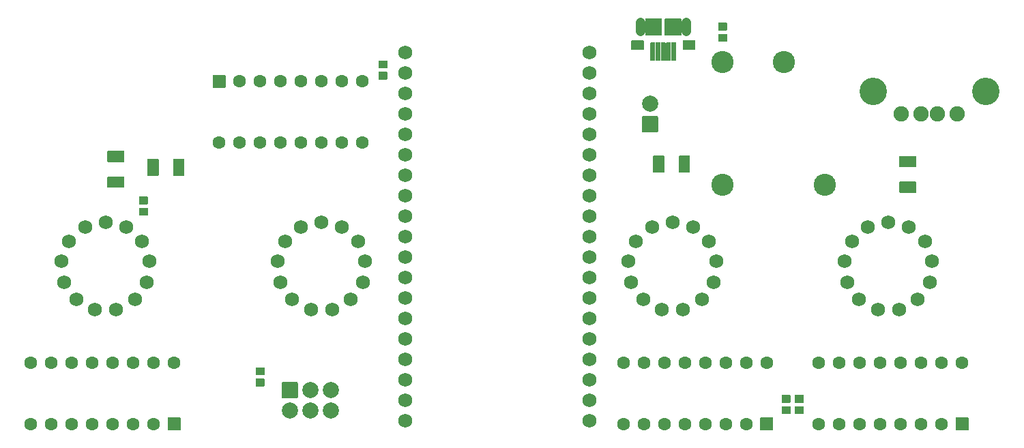
<source format=gbs>
G04 Layer: BottomSolderMaskLayer*
G04 EasyEDA v6.5.9, 2022-07-24 14:24:57*
G04 f987cc21297445cdbeb1743f52e6d1e3,55142d4dae0f4ab4aabfa0547b1eedf3,10*
G04 Gerber Generator version 0.2*
G04 Scale: 100 percent, Rotated: No, Reflected: No *
G04 Dimensions in millimeters *
G04 leading zeros omitted , absolute positions ,4 integer and 5 decimal *
%FSLAX45Y45*%
%MOMM*%

%ADD10C,1.1532*%
%ADD11C,2.0032*%
%ADD12C,1.9032*%
%ADD13C,3.4032*%
%ADD14C,1.7272*%
%ADD15C,1.6002*%
%ADD16C,2.7432*%
%ADD17C,0.0104*%

%LPD*%
D10*
X8505901Y-435899D02*
G01*
X8505901Y-325899D01*
X9070898Y-435899D02*
G01*
X9070898Y-325899D01*
G36*
X2291841Y-2583687D02*
G01*
X2291798Y-2583660D01*
X2288750Y-2583152D01*
X2285702Y-2581628D01*
X2283670Y-2579596D01*
X2282146Y-2576548D01*
X2281638Y-2573500D01*
X2281681Y-2573528D01*
X2281681Y-2493518D01*
X2281638Y-2493500D01*
X2282146Y-2490452D01*
X2283670Y-2487404D01*
X2285702Y-2485372D01*
X2288750Y-2483848D01*
X2291798Y-2483340D01*
X2291841Y-2483357D01*
X2381758Y-2483357D01*
X2381801Y-2483340D01*
X2384849Y-2483848D01*
X2387897Y-2485372D01*
X2389929Y-2487404D01*
X2391453Y-2490452D01*
X2391961Y-2493500D01*
X2391918Y-2493518D01*
X2391918Y-2573528D01*
X2391961Y-2573500D01*
X2391453Y-2576548D01*
X2389929Y-2579596D01*
X2387897Y-2581628D01*
X2384849Y-2583152D01*
X2381801Y-2583660D01*
X2381758Y-2583687D01*
G37*
G36*
X2291798Y-2723659D02*
G01*
X2288750Y-2723151D01*
X2285702Y-2721627D01*
X2283670Y-2719595D01*
X2282146Y-2716547D01*
X2281638Y-2713499D01*
X2281681Y-2713481D01*
X2281681Y-2633471D01*
X2281638Y-2633499D01*
X2282146Y-2630451D01*
X2283670Y-2627403D01*
X2285702Y-2625371D01*
X2288750Y-2623847D01*
X2291798Y-2623339D01*
X2291841Y-2623312D01*
X2381758Y-2623312D01*
X2381801Y-2623339D01*
X2384849Y-2623847D01*
X2387897Y-2625371D01*
X2389929Y-2627403D01*
X2391453Y-2630451D01*
X2391961Y-2633499D01*
X2391918Y-2633471D01*
X2391918Y-2713481D01*
X2391961Y-2713499D01*
X2391453Y-2716547D01*
X2389929Y-2719595D01*
X2387897Y-2721627D01*
X2384849Y-2723151D01*
X2381801Y-2723659D01*
X2381758Y-2723642D01*
X2291841Y-2723642D01*
G37*
G36*
X9479998Y-564659D02*
G01*
X9476950Y-564151D01*
X9473902Y-562627D01*
X9471870Y-560595D01*
X9470346Y-557547D01*
X9469838Y-554499D01*
X9469881Y-554481D01*
X9469881Y-474471D01*
X9469838Y-474499D01*
X9470346Y-471451D01*
X9471870Y-468403D01*
X9473902Y-466371D01*
X9476950Y-464847D01*
X9479998Y-464339D01*
X9480041Y-464312D01*
X9569958Y-464312D01*
X9570001Y-464339D01*
X9573049Y-464847D01*
X9576097Y-466371D01*
X9578129Y-468403D01*
X9579653Y-471451D01*
X9580161Y-474499D01*
X9580118Y-474471D01*
X9580118Y-554481D01*
X9580161Y-554499D01*
X9579653Y-557547D01*
X9578129Y-560595D01*
X9576097Y-562627D01*
X9573049Y-564151D01*
X9570001Y-564659D01*
X9569958Y-564642D01*
X9480041Y-564642D01*
G37*
G36*
X9480041Y-424687D02*
G01*
X9479998Y-424660D01*
X9476950Y-424152D01*
X9473902Y-422628D01*
X9471870Y-420596D01*
X9470346Y-417548D01*
X9469838Y-414500D01*
X9469881Y-414528D01*
X9469881Y-334518D01*
X9469838Y-334500D01*
X9470346Y-331452D01*
X9471870Y-328404D01*
X9473902Y-326372D01*
X9476950Y-324848D01*
X9479998Y-324340D01*
X9480041Y-324357D01*
X9569958Y-324357D01*
X9570001Y-324340D01*
X9573049Y-324848D01*
X9576097Y-326372D01*
X9578129Y-328404D01*
X9579653Y-331452D01*
X9580161Y-334500D01*
X9580118Y-334518D01*
X9580118Y-414528D01*
X9580161Y-414500D01*
X9579653Y-417548D01*
X9578129Y-420596D01*
X9576097Y-422628D01*
X9573049Y-424152D01*
X9570001Y-424660D01*
X9569958Y-424687D01*
G37*
G36*
X10432541Y-5047487D02*
G01*
X10432498Y-5047460D01*
X10429450Y-5046952D01*
X10426402Y-5045428D01*
X10424370Y-5043396D01*
X10422846Y-5040348D01*
X10422338Y-5037300D01*
X10422381Y-5037328D01*
X10422381Y-4957318D01*
X10422338Y-4957300D01*
X10422846Y-4954252D01*
X10424370Y-4951204D01*
X10426402Y-4949172D01*
X10429450Y-4947648D01*
X10432498Y-4947140D01*
X10432541Y-4947157D01*
X10522458Y-4947157D01*
X10522501Y-4947140D01*
X10525549Y-4947648D01*
X10528597Y-4949172D01*
X10530629Y-4951204D01*
X10532153Y-4954252D01*
X10532661Y-4957300D01*
X10532618Y-4957318D01*
X10532618Y-5037328D01*
X10532661Y-5037300D01*
X10532153Y-5040348D01*
X10530629Y-5043396D01*
X10528597Y-5045428D01*
X10525549Y-5046952D01*
X10522501Y-5047460D01*
X10522458Y-5047487D01*
G37*
G36*
X10432498Y-5187459D02*
G01*
X10429450Y-5186951D01*
X10426402Y-5185427D01*
X10424370Y-5183395D01*
X10422846Y-5180347D01*
X10422338Y-5177299D01*
X10422381Y-5177281D01*
X10422381Y-5097271D01*
X10422338Y-5097299D01*
X10422846Y-5094251D01*
X10424370Y-5091203D01*
X10426402Y-5089171D01*
X10429450Y-5087647D01*
X10432498Y-5087139D01*
X10432541Y-5087112D01*
X10522458Y-5087112D01*
X10522501Y-5087139D01*
X10525549Y-5087647D01*
X10528597Y-5089171D01*
X10530629Y-5091203D01*
X10532153Y-5094251D01*
X10532661Y-5097299D01*
X10532618Y-5097271D01*
X10532618Y-5177281D01*
X10532661Y-5177299D01*
X10532153Y-5180347D01*
X10530629Y-5183395D01*
X10528597Y-5185427D01*
X10525549Y-5186951D01*
X10522501Y-5187459D01*
X10522458Y-5187442D01*
X10432541Y-5187442D01*
G37*
G36*
X10267441Y-5047487D02*
G01*
X10267398Y-5047460D01*
X10264350Y-5046952D01*
X10261302Y-5045428D01*
X10259270Y-5043396D01*
X10257746Y-5040348D01*
X10257238Y-5037300D01*
X10257281Y-5037328D01*
X10257281Y-4957318D01*
X10257238Y-4957300D01*
X10257746Y-4954252D01*
X10259270Y-4951204D01*
X10261302Y-4949172D01*
X10264350Y-4947648D01*
X10267398Y-4947140D01*
X10267441Y-4947157D01*
X10357358Y-4947157D01*
X10357401Y-4947140D01*
X10360449Y-4947648D01*
X10363497Y-4949172D01*
X10365529Y-4951204D01*
X10367053Y-4954252D01*
X10367561Y-4957300D01*
X10367518Y-4957318D01*
X10367518Y-5037328D01*
X10367561Y-5037300D01*
X10367053Y-5040348D01*
X10365529Y-5043396D01*
X10363497Y-5045428D01*
X10360449Y-5046952D01*
X10357401Y-5047460D01*
X10357358Y-5047487D01*
G37*
G36*
X10267398Y-5187459D02*
G01*
X10264350Y-5186951D01*
X10261302Y-5185427D01*
X10259270Y-5183395D01*
X10257746Y-5180347D01*
X10257238Y-5177299D01*
X10257281Y-5177281D01*
X10257281Y-5097271D01*
X10257238Y-5097299D01*
X10257746Y-5094251D01*
X10259270Y-5091203D01*
X10261302Y-5089171D01*
X10264350Y-5087647D01*
X10267398Y-5087139D01*
X10267441Y-5087112D01*
X10357358Y-5087112D01*
X10357401Y-5087139D01*
X10360449Y-5087647D01*
X10363497Y-5089171D01*
X10365529Y-5091203D01*
X10367053Y-5094251D01*
X10367561Y-5097299D01*
X10367518Y-5097271D01*
X10367518Y-5177281D01*
X10367561Y-5177299D01*
X10367053Y-5180347D01*
X10365529Y-5183395D01*
X10363497Y-5185427D01*
X10360449Y-5186951D01*
X10357401Y-5187459D01*
X10357358Y-5187442D01*
X10267441Y-5187442D01*
G37*
G36*
X5263598Y-1034559D02*
G01*
X5260550Y-1034051D01*
X5257502Y-1032527D01*
X5255470Y-1030495D01*
X5253946Y-1027447D01*
X5253438Y-1024399D01*
X5253481Y-1024381D01*
X5253481Y-944371D01*
X5253438Y-944399D01*
X5253946Y-941351D01*
X5255470Y-938303D01*
X5257502Y-936271D01*
X5260550Y-934747D01*
X5263598Y-934239D01*
X5263641Y-934212D01*
X5353558Y-934212D01*
X5353601Y-934239D01*
X5356649Y-934747D01*
X5359697Y-936271D01*
X5361729Y-938303D01*
X5363253Y-941351D01*
X5363761Y-944399D01*
X5363718Y-944371D01*
X5363718Y-1024381D01*
X5363761Y-1024399D01*
X5363253Y-1027447D01*
X5361729Y-1030495D01*
X5359697Y-1032527D01*
X5356649Y-1034051D01*
X5353601Y-1034559D01*
X5353558Y-1034542D01*
X5263641Y-1034542D01*
G37*
G36*
X5263641Y-894587D02*
G01*
X5263598Y-894560D01*
X5260550Y-894052D01*
X5257502Y-892528D01*
X5255470Y-890496D01*
X5253946Y-887448D01*
X5253438Y-884400D01*
X5253481Y-884428D01*
X5253481Y-804418D01*
X5253438Y-804400D01*
X5253946Y-801352D01*
X5255470Y-798304D01*
X5257502Y-796272D01*
X5260550Y-794748D01*
X5263598Y-794240D01*
X5263641Y-794257D01*
X5353558Y-794257D01*
X5353601Y-794240D01*
X5356649Y-794748D01*
X5359697Y-796272D01*
X5361729Y-798304D01*
X5363253Y-801352D01*
X5363761Y-804400D01*
X5363718Y-804418D01*
X5363718Y-884428D01*
X5363761Y-884400D01*
X5363253Y-887448D01*
X5361729Y-890496D01*
X5359697Y-892528D01*
X5356649Y-894052D01*
X5353601Y-894560D01*
X5353558Y-894587D01*
G37*
G36*
X3739641Y-4704587D02*
G01*
X3739598Y-4704560D01*
X3736550Y-4704052D01*
X3733502Y-4702528D01*
X3731470Y-4700496D01*
X3729946Y-4697448D01*
X3729438Y-4694400D01*
X3729481Y-4694428D01*
X3729481Y-4614418D01*
X3729438Y-4614400D01*
X3729946Y-4611352D01*
X3731470Y-4608304D01*
X3733502Y-4606272D01*
X3736550Y-4604748D01*
X3739598Y-4604240D01*
X3739641Y-4604257D01*
X3829558Y-4604257D01*
X3829601Y-4604240D01*
X3832649Y-4604748D01*
X3835697Y-4606272D01*
X3837729Y-4608304D01*
X3839253Y-4611352D01*
X3839761Y-4614400D01*
X3839718Y-4614418D01*
X3839718Y-4694428D01*
X3839761Y-4694400D01*
X3839253Y-4697448D01*
X3837729Y-4700496D01*
X3835697Y-4702528D01*
X3832649Y-4704052D01*
X3829601Y-4704560D01*
X3829558Y-4704587D01*
G37*
G36*
X3739598Y-4844559D02*
G01*
X3736550Y-4844051D01*
X3733502Y-4842527D01*
X3731470Y-4840495D01*
X3729946Y-4837447D01*
X3729438Y-4834399D01*
X3729481Y-4834381D01*
X3729481Y-4754371D01*
X3729438Y-4754399D01*
X3729946Y-4751351D01*
X3731470Y-4748303D01*
X3733502Y-4746271D01*
X3736550Y-4744747D01*
X3739598Y-4744239D01*
X3739641Y-4744212D01*
X3829558Y-4744212D01*
X3829601Y-4744239D01*
X3832649Y-4744747D01*
X3835697Y-4746271D01*
X3837729Y-4748303D01*
X3839253Y-4751351D01*
X3839761Y-4754399D01*
X3839718Y-4754371D01*
X3839718Y-4834381D01*
X3839761Y-4834399D01*
X3839253Y-4837447D01*
X3837729Y-4840495D01*
X3835697Y-4842527D01*
X3832649Y-4844051D01*
X3829601Y-4844559D01*
X3829558Y-4844542D01*
X3739641Y-4844542D01*
G37*
D11*
G01*
X4660900Y-5143500D03*
G01*
X4660900Y-4889500D03*
G01*
X4406900Y-5143500D03*
G01*
X4406900Y-4889500D03*
G01*
X4152900Y-5143500D03*
G36*
X4062900Y-4989659D02*
G01*
X4059852Y-4989151D01*
X4056804Y-4987627D01*
X4054772Y-4985595D01*
X4053248Y-4982547D01*
X4052740Y-4979499D01*
X4052824Y-4979415D01*
X4052824Y-4799584D01*
X4052740Y-4799500D01*
X4053248Y-4796452D01*
X4054772Y-4793404D01*
X4056804Y-4791372D01*
X4059852Y-4789848D01*
X4062900Y-4789340D01*
X4062984Y-4789423D01*
X4242815Y-4789423D01*
X4242899Y-4789340D01*
X4245947Y-4789848D01*
X4248995Y-4791372D01*
X4251027Y-4793404D01*
X4252551Y-4796452D01*
X4253059Y-4799500D01*
X4252975Y-4799584D01*
X4252975Y-4979415D01*
X4253059Y-4979499D01*
X4252551Y-4982547D01*
X4251027Y-4985595D01*
X4248995Y-4987627D01*
X4245947Y-4989151D01*
X4242899Y-4989659D01*
X4242815Y-4989576D01*
X4062984Y-4989576D01*
G37*
G01*
X8623300Y-1333500D03*
G36*
X8533300Y-1687659D02*
G01*
X8530252Y-1687151D01*
X8527204Y-1685627D01*
X8525172Y-1683595D01*
X8523648Y-1680547D01*
X8523140Y-1677499D01*
X8523224Y-1677415D01*
X8523224Y-1497584D01*
X8523140Y-1497500D01*
X8523648Y-1494452D01*
X8525172Y-1491404D01*
X8527204Y-1489372D01*
X8530252Y-1487848D01*
X8533300Y-1487340D01*
X8533384Y-1487423D01*
X8713215Y-1487423D01*
X8713299Y-1487340D01*
X8716347Y-1487848D01*
X8719395Y-1489372D01*
X8721427Y-1491404D01*
X8722951Y-1494452D01*
X8723459Y-1497500D01*
X8723375Y-1497584D01*
X8723375Y-1677415D01*
X8723459Y-1677499D01*
X8722951Y-1680547D01*
X8721427Y-1683595D01*
X8719395Y-1685627D01*
X8716347Y-1687151D01*
X8713299Y-1687659D01*
X8713215Y-1687576D01*
X8533384Y-1687576D01*
G37*
G36*
X8400859Y-666048D02*
G01*
X8397811Y-665540D01*
X8394763Y-664016D01*
X8392731Y-661984D01*
X8391207Y-658936D01*
X8390699Y-655888D01*
X8390636Y-655828D01*
X8390636Y-556005D01*
X8390699Y-555889D01*
X8391207Y-552841D01*
X8392731Y-549793D01*
X8394763Y-547761D01*
X8397811Y-546237D01*
X8400859Y-545729D01*
X8400795Y-545845D01*
X8535924Y-545845D01*
X8535860Y-545729D01*
X8538908Y-546237D01*
X8541956Y-547761D01*
X8543988Y-549793D01*
X8545512Y-552841D01*
X8546020Y-555889D01*
X8546084Y-556005D01*
X8546084Y-655828D01*
X8546020Y-655888D01*
X8545512Y-658936D01*
X8543988Y-661984D01*
X8541956Y-664016D01*
X8538908Y-665540D01*
X8535860Y-666048D01*
X8535924Y-665987D01*
X8400795Y-665987D01*
G37*
G36*
X9040939Y-666048D02*
G01*
X9037891Y-665540D01*
X9034843Y-664016D01*
X9032811Y-661984D01*
X9031287Y-658936D01*
X9030779Y-655888D01*
X9030715Y-655828D01*
X9030715Y-556005D01*
X9030779Y-555889D01*
X9031287Y-552841D01*
X9032811Y-549793D01*
X9034843Y-547761D01*
X9037891Y-546237D01*
X9040939Y-545729D01*
X9040875Y-545845D01*
X9176004Y-545845D01*
X9175940Y-545729D01*
X9178988Y-546237D01*
X9182036Y-547761D01*
X9184068Y-549793D01*
X9185592Y-552841D01*
X9186100Y-555889D01*
X9186163Y-556005D01*
X9186163Y-655828D01*
X9186100Y-655888D01*
X9185592Y-658936D01*
X9184068Y-661984D01*
X9182036Y-664016D01*
X9178988Y-665540D01*
X9175940Y-666048D01*
X9176004Y-665987D01*
X9040875Y-665987D01*
G37*
G36*
X8573515Y-486155D02*
G01*
X8573414Y-486054D01*
X8570366Y-485546D01*
X8567318Y-484022D01*
X8565286Y-481990D01*
X8563762Y-478942D01*
X8563254Y-475894D01*
X8563356Y-475995D01*
X8563356Y-286004D01*
X8563254Y-285902D01*
X8563762Y-282854D01*
X8565286Y-279806D01*
X8567318Y-277774D01*
X8570366Y-276250D01*
X8573414Y-275742D01*
X8573515Y-275844D01*
X8763508Y-275844D01*
X8763406Y-275742D01*
X8766454Y-276250D01*
X8769502Y-277774D01*
X8771534Y-279806D01*
X8773058Y-282854D01*
X8773566Y-285902D01*
X8773668Y-286004D01*
X8773668Y-475995D01*
X8773566Y-475894D01*
X8773058Y-478942D01*
X8771534Y-481990D01*
X8769502Y-484022D01*
X8766454Y-485546D01*
X8763406Y-486054D01*
X8763508Y-486155D01*
G37*
G36*
X8813291Y-486155D02*
G01*
X8813413Y-486054D01*
X8810365Y-485546D01*
X8807317Y-484022D01*
X8805285Y-481990D01*
X8803761Y-478942D01*
X8803253Y-475894D01*
X8803131Y-475995D01*
X8803131Y-286004D01*
X8803253Y-285902D01*
X8803761Y-282854D01*
X8805285Y-279806D01*
X8807317Y-277774D01*
X8810365Y-276250D01*
X8813413Y-275742D01*
X8813291Y-275844D01*
X9003284Y-275844D01*
X9003405Y-275742D01*
X9006453Y-276250D01*
X9009501Y-277774D01*
X9011533Y-279806D01*
X9013057Y-282854D01*
X9013565Y-285902D01*
X9013443Y-286004D01*
X9013443Y-475995D01*
X9013565Y-475894D01*
X9013057Y-478942D01*
X9011533Y-481990D01*
X9009501Y-484022D01*
X9006453Y-485546D01*
X9003405Y-486054D01*
X9003284Y-486155D01*
G37*
G36*
X8638286Y-801115D02*
G01*
X8638400Y-801072D01*
X8635352Y-800564D01*
X8632304Y-799040D01*
X8630272Y-797008D01*
X8628748Y-793960D01*
X8628240Y-790912D01*
X8628125Y-790955D01*
X8628125Y-580897D01*
X8628240Y-580913D01*
X8628748Y-577865D01*
X8630272Y-574817D01*
X8632304Y-572785D01*
X8635352Y-571261D01*
X8638400Y-570753D01*
X8638286Y-570737D01*
X8678418Y-570737D01*
X8678400Y-570753D01*
X8681448Y-571261D01*
X8684496Y-572785D01*
X8686528Y-574817D01*
X8688052Y-577865D01*
X8688560Y-580913D01*
X8688577Y-580897D01*
X8688577Y-790955D01*
X8688560Y-790912D01*
X8688052Y-793960D01*
X8686528Y-797008D01*
X8684496Y-799040D01*
X8681448Y-800564D01*
X8678400Y-801072D01*
X8678418Y-801115D01*
G37*
G36*
X8703309Y-801115D02*
G01*
X8703398Y-801072D01*
X8700350Y-800564D01*
X8697302Y-799040D01*
X8695270Y-797008D01*
X8693746Y-793960D01*
X8693238Y-790912D01*
X8693150Y-790955D01*
X8693150Y-580897D01*
X8693238Y-580913D01*
X8693746Y-577865D01*
X8695270Y-574817D01*
X8697302Y-572785D01*
X8700350Y-571261D01*
X8703398Y-570753D01*
X8703309Y-570737D01*
X8743441Y-570737D01*
X8743398Y-570753D01*
X8746446Y-571261D01*
X8749494Y-572785D01*
X8751526Y-574817D01*
X8753050Y-577865D01*
X8753558Y-580913D01*
X8753602Y-580897D01*
X8753602Y-790955D01*
X8753558Y-790912D01*
X8753050Y-793960D01*
X8751526Y-797008D01*
X8749494Y-799040D01*
X8746446Y-800564D01*
X8743398Y-801072D01*
X8743441Y-801115D01*
G37*
G36*
X8768334Y-801115D02*
G01*
X8768400Y-801072D01*
X8765352Y-800564D01*
X8762304Y-799040D01*
X8760272Y-797008D01*
X8758748Y-793960D01*
X8758240Y-790912D01*
X8758174Y-790955D01*
X8758174Y-580897D01*
X8758240Y-580913D01*
X8758748Y-577865D01*
X8760272Y-574817D01*
X8762304Y-572785D01*
X8765352Y-571261D01*
X8768400Y-570753D01*
X8768334Y-570737D01*
X8808465Y-570737D01*
X8808399Y-570753D01*
X8811447Y-571261D01*
X8814495Y-572785D01*
X8816527Y-574817D01*
X8818051Y-577865D01*
X8818559Y-580913D01*
X8818625Y-580897D01*
X8818625Y-790955D01*
X8818559Y-790912D01*
X8818051Y-793960D01*
X8816527Y-797008D01*
X8814495Y-799040D01*
X8811447Y-800564D01*
X8808399Y-801072D01*
X8808465Y-801115D01*
G37*
G36*
X8833358Y-801115D02*
G01*
X8833401Y-801072D01*
X8830353Y-800564D01*
X8827305Y-799040D01*
X8825273Y-797008D01*
X8823749Y-793960D01*
X8823241Y-790912D01*
X8823197Y-790955D01*
X8823197Y-580897D01*
X8823241Y-580913D01*
X8823749Y-577865D01*
X8825273Y-574817D01*
X8827305Y-572785D01*
X8830353Y-571261D01*
X8833401Y-570753D01*
X8833358Y-570737D01*
X8873490Y-570737D01*
X8873401Y-570753D01*
X8876449Y-571261D01*
X8879497Y-572785D01*
X8881529Y-574817D01*
X8883053Y-577865D01*
X8883561Y-580913D01*
X8883650Y-580897D01*
X8883650Y-790955D01*
X8883561Y-790912D01*
X8883053Y-793960D01*
X8881529Y-797008D01*
X8879497Y-799040D01*
X8876449Y-800564D01*
X8873401Y-801072D01*
X8873490Y-801115D01*
G37*
G36*
X8898381Y-801115D02*
G01*
X8898399Y-801072D01*
X8895351Y-800564D01*
X8892303Y-799040D01*
X8890271Y-797008D01*
X8888747Y-793960D01*
X8888239Y-790912D01*
X8888222Y-790955D01*
X8888222Y-580897D01*
X8888239Y-580913D01*
X8888747Y-577865D01*
X8890271Y-574817D01*
X8892303Y-572785D01*
X8895351Y-571261D01*
X8898399Y-570753D01*
X8898381Y-570737D01*
X8938513Y-570737D01*
X8938399Y-570753D01*
X8941447Y-571261D01*
X8944495Y-572785D01*
X8946527Y-574817D01*
X8948051Y-577865D01*
X8948559Y-580913D01*
X8948674Y-580897D01*
X8948674Y-790955D01*
X8948559Y-790912D01*
X8948051Y-793960D01*
X8946527Y-797008D01*
X8944495Y-799040D01*
X8941447Y-800564D01*
X8938399Y-801072D01*
X8938513Y-801115D01*
G37*
D12*
G01*
X12438379Y-1459356D03*
G01*
X12188443Y-1459356D03*
G01*
X11988545Y-1459356D03*
G01*
X11738356Y-1459356D03*
D13*
G01*
X11390375Y-1182243D03*
G01*
X12790424Y-1182243D03*
D14*
G01*
X5588000Y-5270500D03*
G01*
X5588000Y-5016500D03*
G01*
X5588000Y-4762500D03*
G01*
X5588000Y-4508500D03*
G01*
X5588000Y-4254500D03*
G01*
X5588000Y-4000500D03*
G01*
X5588000Y-3746500D03*
G01*
X5588000Y-3492500D03*
G01*
X5588000Y-3238500D03*
G01*
X5588000Y-2984500D03*
G01*
X5588000Y-2730500D03*
G01*
X5588000Y-2476500D03*
G01*
X5588000Y-2222500D03*
G01*
X5588000Y-1968500D03*
G01*
X5588000Y-1714500D03*
G01*
X5588000Y-1460500D03*
G01*
X5588000Y-1206500D03*
G01*
X5588000Y-952500D03*
G01*
X5588000Y-698500D03*
G01*
X7874000Y-698500D03*
G01*
X7874000Y-952500D03*
G01*
X7874000Y-1206500D03*
G01*
X7874000Y-1460500D03*
G01*
X7874000Y-1714500D03*
G01*
X7874000Y-1968500D03*
G01*
X7874000Y-2222500D03*
G01*
X7874000Y-2476500D03*
G01*
X7874000Y-2730500D03*
G01*
X7874000Y-2984500D03*
G01*
X7874000Y-3238500D03*
G01*
X7874000Y-3492500D03*
G01*
X7874000Y-3746500D03*
G01*
X7874000Y-4000500D03*
G01*
X7874000Y-4254500D03*
G01*
X7874000Y-4508500D03*
G01*
X7874000Y-4762500D03*
G01*
X7874000Y-5016500D03*
G01*
X7874000Y-5270500D03*
G36*
X2647950Y-5388610D02*
G01*
X2644902Y-5388102D01*
X2641854Y-5386578D01*
X2639822Y-5384545D01*
X2638297Y-5381497D01*
X2637790Y-5378450D01*
X2637790Y-5238750D01*
X2638297Y-5235702D01*
X2639822Y-5232654D01*
X2641854Y-5230621D01*
X2644902Y-5229097D01*
X2647950Y-5228589D01*
X2787650Y-5228589D01*
X2790697Y-5229097D01*
X2793745Y-5230621D01*
X2795777Y-5232654D01*
X2797302Y-5235702D01*
X2797809Y-5238750D01*
X2797809Y-5378450D01*
X2797302Y-5381497D01*
X2795777Y-5384545D01*
X2793745Y-5386578D01*
X2790697Y-5388102D01*
X2787650Y-5388610D01*
G37*
D15*
G01*
X2463800Y-5308600D03*
G01*
X2209800Y-5308600D03*
G01*
X1955800Y-5308600D03*
G01*
X1701800Y-5308600D03*
G01*
X1447800Y-5308600D03*
G01*
X1193800Y-5308600D03*
G01*
X939800Y-5308600D03*
G01*
X939800Y-4546600D03*
G01*
X1193800Y-4546600D03*
G01*
X1447800Y-4546600D03*
G01*
X1701800Y-4546600D03*
G01*
X1955800Y-4546600D03*
G01*
X2209800Y-4546600D03*
G01*
X2463800Y-4546600D03*
G01*
X2717800Y-4546600D03*
G36*
X3206750Y-1134110D02*
G01*
X3203702Y-1133602D01*
X3200654Y-1132078D01*
X3198622Y-1130045D01*
X3197097Y-1126997D01*
X3196590Y-1123950D01*
X3196590Y-984250D01*
X3197097Y-981202D01*
X3198622Y-978154D01*
X3200654Y-976121D01*
X3203702Y-974597D01*
X3206750Y-974089D01*
X3346450Y-974089D01*
X3349497Y-974597D01*
X3352545Y-976121D01*
X3354577Y-978154D01*
X3356102Y-981202D01*
X3356609Y-984250D01*
X3356609Y-1123950D01*
X3356102Y-1126997D01*
X3354577Y-1130045D01*
X3352545Y-1132078D01*
X3349497Y-1133602D01*
X3346450Y-1134110D01*
G37*
G01*
X3530600Y-1054100D03*
G01*
X3784600Y-1054100D03*
G01*
X4038600Y-1054100D03*
G01*
X4292600Y-1054100D03*
G01*
X4546600Y-1054100D03*
G01*
X4800600Y-1054100D03*
G01*
X5054600Y-1054100D03*
G01*
X5054600Y-1816100D03*
G01*
X4800600Y-1816100D03*
G01*
X4546600Y-1816100D03*
G01*
X4292600Y-1816100D03*
G01*
X4038600Y-1816100D03*
G01*
X3784600Y-1816100D03*
G01*
X3530600Y-1816100D03*
G01*
X3276600Y-1816100D03*
G36*
X10001250Y-5388610D02*
G01*
X9998202Y-5388102D01*
X9995154Y-5386578D01*
X9993122Y-5384545D01*
X9991597Y-5381497D01*
X9991090Y-5378450D01*
X9991090Y-5238750D01*
X9991597Y-5235702D01*
X9993122Y-5232654D01*
X9995154Y-5230621D01*
X9998202Y-5229097D01*
X10001250Y-5228589D01*
X10140950Y-5228589D01*
X10143997Y-5229097D01*
X10147045Y-5230621D01*
X10149077Y-5232654D01*
X10150602Y-5235702D01*
X10151109Y-5238750D01*
X10151109Y-5378450D01*
X10150602Y-5381497D01*
X10149077Y-5384545D01*
X10147045Y-5386578D01*
X10143997Y-5388102D01*
X10140950Y-5388610D01*
G37*
G01*
X9817100Y-5308600D03*
G01*
X9563100Y-5308600D03*
G01*
X9309100Y-5308600D03*
G01*
X9055100Y-5308600D03*
G01*
X8801100Y-5308600D03*
G01*
X8547100Y-5308600D03*
G01*
X8293100Y-5308600D03*
G01*
X8293100Y-4546600D03*
G01*
X8547100Y-4546600D03*
G01*
X8801100Y-4546600D03*
G01*
X9055100Y-4546600D03*
G01*
X9309100Y-4546600D03*
G01*
X9563100Y-4546600D03*
G01*
X9817100Y-4546600D03*
G01*
X10071100Y-4546600D03*
G36*
X12426950Y-5388610D02*
G01*
X12423902Y-5388102D01*
X12420854Y-5386578D01*
X12418822Y-5384545D01*
X12417297Y-5381497D01*
X12416790Y-5378450D01*
X12416790Y-5238750D01*
X12417297Y-5235702D01*
X12418822Y-5232654D01*
X12420854Y-5230621D01*
X12423902Y-5229097D01*
X12426950Y-5228589D01*
X12566650Y-5228589D01*
X12569697Y-5229097D01*
X12572745Y-5230621D01*
X12574777Y-5232654D01*
X12576302Y-5235702D01*
X12576809Y-5238750D01*
X12576809Y-5378450D01*
X12576302Y-5381497D01*
X12574777Y-5384545D01*
X12572745Y-5386578D01*
X12569697Y-5388102D01*
X12566650Y-5388610D01*
G37*
G01*
X12242800Y-5308600D03*
G01*
X11988800Y-5308600D03*
G01*
X11734800Y-5308600D03*
G01*
X11480800Y-5308600D03*
G01*
X11226800Y-5308600D03*
G01*
X10972800Y-5308600D03*
G01*
X10718800Y-5308600D03*
G01*
X10718800Y-4546600D03*
G01*
X10972800Y-4546600D03*
G01*
X11226800Y-4546600D03*
G01*
X11480800Y-4546600D03*
G01*
X11734800Y-4546600D03*
G01*
X11988800Y-4546600D03*
G01*
X12242800Y-4546600D03*
G01*
X12496800Y-4546600D03*
G36*
X11728698Y-2439967D02*
G01*
X11725650Y-2439459D01*
X11722602Y-2437935D01*
X11720570Y-2435903D01*
X11719046Y-2432855D01*
X11718538Y-2429807D01*
X11718543Y-2429763D01*
X11718543Y-2309876D01*
X11718538Y-2309807D01*
X11719046Y-2306759D01*
X11720570Y-2303711D01*
X11722602Y-2301679D01*
X11725650Y-2300155D01*
X11728698Y-2299647D01*
X11728704Y-2299715D01*
X11918695Y-2299715D01*
X11918701Y-2299647D01*
X11921749Y-2300155D01*
X11924797Y-2301679D01*
X11926829Y-2303711D01*
X11928353Y-2306759D01*
X11928861Y-2309807D01*
X11928856Y-2309876D01*
X11928856Y-2429763D01*
X11928861Y-2429807D01*
X11928353Y-2432855D01*
X11926829Y-2435903D01*
X11924797Y-2437935D01*
X11921749Y-2439459D01*
X11918701Y-2439967D01*
X11918695Y-2439923D01*
X11728704Y-2439923D01*
G37*
G36*
X11728698Y-2119952D02*
G01*
X11725650Y-2119444D01*
X11722602Y-2117920D01*
X11720570Y-2115888D01*
X11719046Y-2112840D01*
X11718538Y-2109792D01*
X11718543Y-2109723D01*
X11718543Y-1989836D01*
X11718538Y-1989792D01*
X11719046Y-1986744D01*
X11720570Y-1983696D01*
X11722602Y-1981664D01*
X11725650Y-1980140D01*
X11728698Y-1979632D01*
X11728704Y-1979676D01*
X11918695Y-1979676D01*
X11918701Y-1979632D01*
X11921749Y-1980140D01*
X11924797Y-1981664D01*
X11926829Y-1983696D01*
X11928353Y-1986744D01*
X11928861Y-1989792D01*
X11928856Y-1989836D01*
X11928856Y-2109723D01*
X11928861Y-2109792D01*
X11928353Y-2112840D01*
X11926829Y-2115888D01*
X11924797Y-2117920D01*
X11921749Y-2119444D01*
X11918701Y-2119952D01*
X11918695Y-2119884D01*
X11728704Y-2119884D01*
G37*
G36*
X1898898Y-2376467D02*
G01*
X1895850Y-2375959D01*
X1892802Y-2374435D01*
X1890770Y-2372403D01*
X1889246Y-2369355D01*
X1888738Y-2366307D01*
X1888744Y-2366263D01*
X1888744Y-2246376D01*
X1888738Y-2246307D01*
X1889246Y-2243259D01*
X1890770Y-2240211D01*
X1892802Y-2238179D01*
X1895850Y-2236655D01*
X1898898Y-2236147D01*
X1898904Y-2236215D01*
X2088895Y-2236215D01*
X2088901Y-2236147D01*
X2091949Y-2236655D01*
X2094997Y-2238179D01*
X2097029Y-2240211D01*
X2098553Y-2243259D01*
X2099061Y-2246307D01*
X2099056Y-2246376D01*
X2099056Y-2366263D01*
X2099061Y-2366307D01*
X2098553Y-2369355D01*
X2097029Y-2372403D01*
X2094997Y-2374435D01*
X2091949Y-2375959D01*
X2088901Y-2376467D01*
X2088895Y-2376423D01*
X1898904Y-2376423D01*
G37*
G36*
X1898898Y-2056452D02*
G01*
X1895850Y-2055944D01*
X1892802Y-2054420D01*
X1890770Y-2052388D01*
X1889246Y-2049340D01*
X1888738Y-2046292D01*
X1888744Y-2046223D01*
X1888744Y-1926336D01*
X1888738Y-1926292D01*
X1889246Y-1923244D01*
X1890770Y-1920196D01*
X1892802Y-1918164D01*
X1895850Y-1916640D01*
X1898898Y-1916132D01*
X1898904Y-1916176D01*
X2088895Y-1916176D01*
X2088901Y-1916132D01*
X2091949Y-1916640D01*
X2094997Y-1918164D01*
X2097029Y-1920196D01*
X2098553Y-1923244D01*
X2099061Y-1926292D01*
X2099056Y-1926336D01*
X2099056Y-2046223D01*
X2099061Y-2046292D01*
X2098553Y-2049340D01*
X2097029Y-2052388D01*
X2094997Y-2054420D01*
X2091949Y-2055944D01*
X2088901Y-2056452D01*
X2088895Y-2056384D01*
X1898904Y-2056384D01*
G37*
G36*
X8669992Y-2187961D02*
G01*
X8666944Y-2187453D01*
X8663896Y-2185929D01*
X8661864Y-2183897D01*
X8660340Y-2180849D01*
X8659832Y-2177801D01*
X8659875Y-2177795D01*
X8659875Y-1987804D01*
X8659832Y-1987798D01*
X8660340Y-1984750D01*
X8661864Y-1981702D01*
X8663896Y-1979670D01*
X8666944Y-1978146D01*
X8669992Y-1977638D01*
X8670036Y-1977644D01*
X8789924Y-1977644D01*
X8789992Y-1977638D01*
X8793040Y-1978146D01*
X8796088Y-1979670D01*
X8798120Y-1981702D01*
X8799644Y-1984750D01*
X8800152Y-1987798D01*
X8800084Y-1987804D01*
X8800084Y-2177795D01*
X8800152Y-2177801D01*
X8799644Y-2180849D01*
X8798120Y-2183897D01*
X8796088Y-2185929D01*
X8793040Y-2187453D01*
X8789992Y-2187961D01*
X8789924Y-2187955D01*
X8670036Y-2187955D01*
G37*
G36*
X8990007Y-2187961D02*
G01*
X8986959Y-2187453D01*
X8983911Y-2185929D01*
X8981879Y-2183897D01*
X8980355Y-2180849D01*
X8979847Y-2177801D01*
X8979915Y-2177795D01*
X8979915Y-1987804D01*
X8979847Y-1987798D01*
X8980355Y-1984750D01*
X8981879Y-1981702D01*
X8983911Y-1979670D01*
X8986959Y-1978146D01*
X8990007Y-1977638D01*
X8990075Y-1977644D01*
X9109963Y-1977644D01*
X9110007Y-1977638D01*
X9113055Y-1978146D01*
X9116103Y-1979670D01*
X9118135Y-1981702D01*
X9119659Y-1984750D01*
X9120167Y-1987798D01*
X9120124Y-1987804D01*
X9120124Y-2177795D01*
X9120167Y-2177801D01*
X9119659Y-2180849D01*
X9118135Y-2183897D01*
X9116103Y-2185929D01*
X9113055Y-2187453D01*
X9110007Y-2187961D01*
X9109963Y-2187955D01*
X8990075Y-2187955D01*
G37*
G36*
X2716207Y-2226061D02*
G01*
X2713159Y-2225553D01*
X2710111Y-2224029D01*
X2708079Y-2221997D01*
X2706555Y-2218949D01*
X2706047Y-2215901D01*
X2706115Y-2215895D01*
X2706115Y-2025904D01*
X2706047Y-2025898D01*
X2706555Y-2022850D01*
X2708079Y-2019802D01*
X2710111Y-2017770D01*
X2713159Y-2016246D01*
X2716207Y-2015738D01*
X2716275Y-2015744D01*
X2836163Y-2015744D01*
X2836207Y-2015738D01*
X2839255Y-2016246D01*
X2842303Y-2017770D01*
X2844335Y-2019802D01*
X2845859Y-2022850D01*
X2846367Y-2025898D01*
X2846324Y-2025904D01*
X2846324Y-2215895D01*
X2846367Y-2215901D01*
X2845859Y-2218949D01*
X2844335Y-2221997D01*
X2842303Y-2224029D01*
X2839255Y-2225553D01*
X2836207Y-2226061D01*
X2836163Y-2226055D01*
X2716275Y-2226055D01*
G37*
G36*
X2396192Y-2226061D02*
G01*
X2393144Y-2225553D01*
X2390096Y-2224029D01*
X2388064Y-2221997D01*
X2386540Y-2218949D01*
X2386032Y-2215901D01*
X2386075Y-2215895D01*
X2386075Y-2025904D01*
X2386032Y-2025898D01*
X2386540Y-2022850D01*
X2388064Y-2019802D01*
X2390096Y-2017770D01*
X2393144Y-2016246D01*
X2396192Y-2015738D01*
X2396236Y-2015744D01*
X2516124Y-2015744D01*
X2516192Y-2015738D01*
X2519240Y-2016246D01*
X2522288Y-2017770D01*
X2524320Y-2019802D01*
X2525844Y-2022850D01*
X2526352Y-2025898D01*
X2526284Y-2025904D01*
X2526284Y-2215895D01*
X2526352Y-2215901D01*
X2525844Y-2218949D01*
X2524320Y-2221997D01*
X2522288Y-2224029D01*
X2519240Y-2225553D01*
X2516192Y-2226061D01*
X2516124Y-2226055D01*
X2396236Y-2226055D01*
G37*
D16*
G01*
X9521697Y-2336800D03*
G01*
X9521697Y-814831D03*
G01*
X10287000Y-812800D03*
G01*
X10795000Y-2336800D03*
D14*
G01*
X1866900Y-2804160D03*
G01*
X2120900Y-2867660D03*
G01*
X2319020Y-3040379D03*
G01*
X2410459Y-3289300D03*
G01*
X2379979Y-3548379D03*
G01*
X2230120Y-3764279D03*
G01*
X1998979Y-3886200D03*
G01*
X1734820Y-3886200D03*
G01*
X1503679Y-3764279D03*
G01*
X1353820Y-3548379D03*
G01*
X1323339Y-3286760D03*
G01*
X1414779Y-3040379D03*
G01*
X1612900Y-2867660D03*
G01*
X4546600Y-2804160D03*
G01*
X4800600Y-2867660D03*
G01*
X4998720Y-3040379D03*
G01*
X5090159Y-3289300D03*
G01*
X5059679Y-3548379D03*
G01*
X4909820Y-3764279D03*
G01*
X4678679Y-3886200D03*
G01*
X4414520Y-3886200D03*
G01*
X4183379Y-3764279D03*
G01*
X4033520Y-3548379D03*
G01*
X4003040Y-3286760D03*
G01*
X4094479Y-3040379D03*
G01*
X4292600Y-2867660D03*
G01*
X8902700Y-2804160D03*
G01*
X9156700Y-2867660D03*
G01*
X9354820Y-3040379D03*
G01*
X9446259Y-3289300D03*
G01*
X9415779Y-3548379D03*
G01*
X9265920Y-3764279D03*
G01*
X9034779Y-3886200D03*
G01*
X8770620Y-3886200D03*
G01*
X8539479Y-3764279D03*
G01*
X8389620Y-3548379D03*
G01*
X8359140Y-3286760D03*
G01*
X8450579Y-3040379D03*
G01*
X8648700Y-2867660D03*
G01*
X11582400Y-2804160D03*
G01*
X11836400Y-2867660D03*
G01*
X12034520Y-3040379D03*
G01*
X12125959Y-3289300D03*
G01*
X12095479Y-3548379D03*
G01*
X11945620Y-3764279D03*
G01*
X11714479Y-3886200D03*
G01*
X11450320Y-3886200D03*
G01*
X11219179Y-3764279D03*
G01*
X11069320Y-3548379D03*
G01*
X11038840Y-3286760D03*
G01*
X11130279Y-3040379D03*
G01*
X11328400Y-2867660D03*
M02*

</source>
